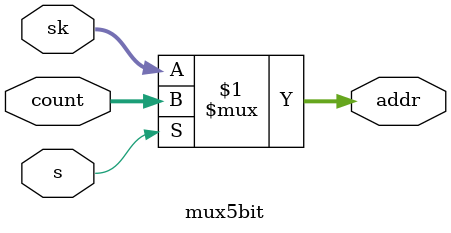
<source format=v>
module mux5bit(count,sk,s,addr);
input [4:0] count;
input [4:0] sk;
input s;
output [4:0] addr;

assign addr=(s)?count:sk;
endmodule


</source>
